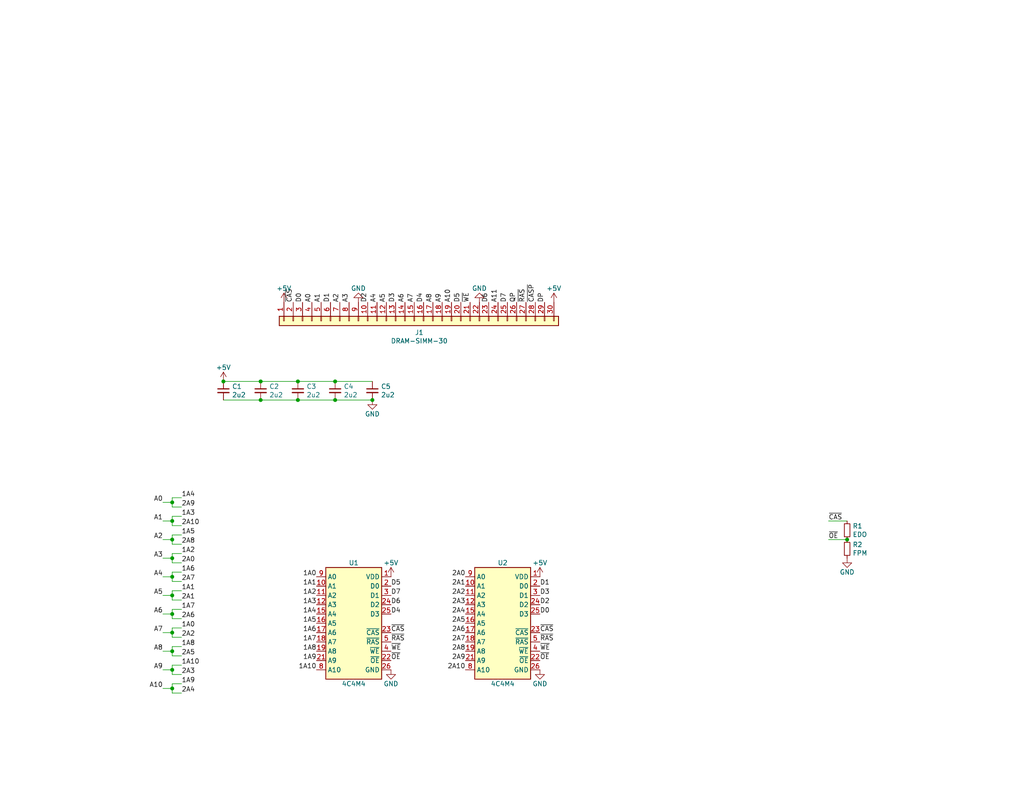
<source format=kicad_sch>
(kicad_sch (version 20211123) (generator eeschema)
  (paper "USLetter")
  (title_block (title "GW4190A") (date "2021-06-19") (rev "2.0") (company "Garrett's Workshop"))
  (lib_symbols
    (symbol "Connector_Generic:Conn_01x30" (pin_names (offset 1.016) hide)
      (property "Reference" "J" (at 0 38.1 0))
      (property "Value" "Conn_01x30" (at 0 -40.64 0))
      (symbol "Conn_01x30_1_1"
        (rectangle (start -1.27 -37.973) (end 0 -38.227) (stroke (width 0.1524)))
        (rectangle (start -1.27 -35.433) (end 0 -35.687) (stroke (width 0.1524)))
        (rectangle (start -1.27 -32.893) (end 0 -33.147) (stroke (width 0.1524)))
        (rectangle (start -1.27 -30.353) (end 0 -30.607) (stroke (width 0.1524)))
        (rectangle (start -1.27 -27.813) (end 0 -28.067) (stroke (width 0.1524)))
        (rectangle (start -1.27 -25.273) (end 0 -25.527) (stroke (width 0.1524)))
        (rectangle (start -1.27 -22.733) (end 0 -22.987) (stroke (width 0.1524)))
        (rectangle (start -1.27 -20.193) (end 0 -20.447) (stroke (width 0.1524)))
        (rectangle (start -1.27 -17.653) (end 0 -17.907) (stroke (width 0.1524)))
        (rectangle (start -1.27 -15.113) (end 0 -15.367) (stroke (width 0.1524)))
        (rectangle (start -1.27 -12.573) (end 0 -12.827) (stroke (width 0.1524)))
        (rectangle (start -1.27 -10.033) (end 0 -10.287) (stroke (width 0.1524)))
        (rectangle (start -1.27 -7.493) (end 0 -7.747) (stroke (width 0.1524)))
        (rectangle (start -1.27 -4.953) (end 0 -5.207) (stroke (width 0.1524)))
        (rectangle (start -1.27 -2.413) (end 0 -2.667) (stroke (width 0.1524)))
        (rectangle (start -1.27 0.127) (end 0 -0.127) (stroke (width 0.1524)))
        (rectangle (start -1.27 2.667) (end 0 2.413) (stroke (width 0.1524)))
        (rectangle (start -1.27 5.207) (end 0 4.953) (stroke (width 0.1524)))
        (rectangle (start -1.27 7.747) (end 0 7.493) (stroke (width 0.1524)))
        (rectangle (start -1.27 10.287) (end 0 10.033) (stroke (width 0.1524)))
        (rectangle (start -1.27 12.827) (end 0 12.573) (stroke (width 0.1524)))
        (rectangle (start -1.27 15.367) (end 0 15.113) (stroke (width 0.1524)))
        (rectangle (start -1.27 17.907) (end 0 17.653) (stroke (width 0.1524)))
        (rectangle (start -1.27 20.447) (end 0 20.193) (stroke (width 0.1524)))
        (rectangle (start -1.27 22.987) (end 0 22.733) (stroke (width 0.1524)))
        (rectangle (start -1.27 25.527) (end 0 25.273) (stroke (width 0.1524)))
        (rectangle (start -1.27 28.067) (end 0 27.813) (stroke (width 0.1524)))
        (rectangle (start -1.27 30.607) (end 0 30.353) (stroke (width 0.1524)))
        (rectangle (start -1.27 33.147) (end 0 32.893) (stroke (width 0.1524)))
        (rectangle (start -1.27 35.687) (end 0 35.433) (stroke (width 0.1524)))
        (rectangle (start -1.27 36.83) (end 1.27 -39.37) (stroke (width 0.254)) (fill (type background)))
        (pin passive line (at -5.08 35.56 0) (length 3.81) (name "Pin_1") (number "1"))
        (pin passive line (at -5.08 12.7 0) (length 3.81) (name "Pin_10") (number "10"))
        (pin passive line (at -5.08 10.16 0) (length 3.81) (name "Pin_11") (number "11"))
        (pin passive line (at -5.08 7.62 0) (length 3.81) (name "Pin_12") (number "12"))
        (pin passive line (at -5.08 5.08 0) (length 3.81) (name "Pin_13") (number "13"))
        (pin passive line (at -5.08 2.54 0) (length 3.81) (name "Pin_14") (number "14"))
        (pin passive line (at -5.08 0 0) (length 3.81) (name "Pin_15") (number "15"))
        (pin passive line (at -5.08 -2.54 0) (length 3.81) (name "Pin_16") (number "16"))
        (pin passive line (at -5.08 -5.08 0) (length 3.81) (name "Pin_17") (number "17"))
        (pin passive line (at -5.08 -7.62 0) (length 3.81) (name "Pin_18") (number "18"))
        (pin passive line (at -5.08 -10.16 0) (length 3.81) (name "Pin_19") (number "19"))
        (pin passive line (at -5.08 33.02 0) (length 3.81) (name "Pin_2") (number "2"))
        (pin passive line (at -5.08 -12.7 0) (length 3.81) (name "Pin_20") (number "20"))
        (pin passive line (at -5.08 -15.24 0) (length 3.81) (name "Pin_21") (number "21"))
        (pin passive line (at -5.08 -17.78 0) (length 3.81) (name "Pin_22") (number "22"))
        (pin passive line (at -5.08 -20.32 0) (length 3.81) (name "Pin_23") (number "23"))
        (pin passive line (at -5.08 -22.86 0) (length 3.81) (name "Pin_24") (number "24"))
        (pin passive line (at -5.08 -25.4 0) (length 3.81) (name "Pin_25") (number "25"))
        (pin passive line (at -5.08 -27.94 0) (length 3.81) (name "Pin_26") (number "26"))
        (pin passive line (at -5.08 -30.48 0) (length 3.81) (name "Pin_27") (number "27"))
        (pin passive line (at -5.08 -33.02 0) (length 3.81) (name "Pin_28") (number "28"))
        (pin passive line (at -5.08 -35.56 0) (length 3.81) (name "Pin_29") (number "29"))
        (pin passive line (at -5.08 30.48 0) (length 3.81) (name "Pin_3") (number "3"))
        (pin passive line (at -5.08 -38.1 0) (length 3.81) (name "Pin_30") (number "30"))
        (pin passive line (at -5.08 27.94 0) (length 3.81) (name "Pin_4") (number "4"))
        (pin passive line (at -5.08 25.4 0) (length 3.81) (name "Pin_5") (number "5"))
        (pin passive line (at -5.08 22.86 0) (length 3.81) (name "Pin_6") (number "6"))
        (pin passive line (at -5.08 20.32 0) (length 3.81) (name "Pin_7") (number "7"))
        (pin passive line (at -5.08 17.78 0) (length 3.81) (name "Pin_8") (number "8"))
        (pin passive line (at -5.08 15.24 0) (length 3.81) (name "Pin_9") (number "9"))
      )
    )
    (symbol "Device:C_Small" (pin_numbers hide) (pin_names (offset 0.254) hide)
      (property "Reference" "C" (at 0.254 1.778 0))
      (property "Value" "C_Small" (at 0.254 -2.032 0))
      (symbol "C_Small_0_1"
        (polyline (pts (xy -1.524 -0.508) (xy 1.524 -0.508)) (stroke (width 0.3302)))
        (polyline (pts (xy -1.524 0.508) (xy 1.524 0.508)) (stroke (width 0.3048)))
      )
      (symbol "C_Small_1_1"
        (pin passive line (at 0 2.54 270) (length 2.032) (name "~") (number "1"))
        (pin passive line (at 0 -2.54 90) (length 2.032) (name "~") (number "2"))
      )
    )
    (symbol "Device:R_Small" (pin_numbers hide) (pin_names (offset 0.254) hide)
      (property "Reference" "R" (at 0.762 0.508 0))
      (property "Value" "R_Small" (at 0.762 -1.016 0))
      (symbol "R_Small_0_1"
        (rectangle (start -0.762 1.778) (end 0.762 -1.778) (stroke (width 0.2032)))
      )
      (symbol "R_Small_1_1"
        (pin passive line (at 0 2.54 270) (length 0.762) (name "~") (number "1"))
        (pin passive line (at 0 -2.54 90) (length 0.762) (name "~") (number "2"))
      )
    )
    (symbol "GW_RAM:DRAM-4Mx4-SOP-24"
      (property "Reference" "U" (at 0 16.51 0))
      (property "Value" "DRAM-4Mx4-SOP-24" (at 0 0 90))
      (symbol "DRAM-4Mx4-SOP-24_0_1"
        (rectangle (start -7.62 15.24) (end 7.62 -15.24) (stroke (width 0.254)) (fill (type background)))
      )
      (symbol "DRAM-4Mx4-SOP-24_1_1"
        (pin power_in line (at 10.16 12.7 180) (length 2.54) (name "VDD") (number "1"))
        (pin input line (at -10.16 10.16 0) (length 2.54) (name "A1") (number "10"))
        (pin input line (at -10.16 7.62 0) (length 2.54) (name "A2") (number "11"))
        (pin input line (at -10.16 5.08 0) (length 2.54) (name "A3") (number "12"))
        (pin power_in line (at 10.16 12.7 180) (length 2.54) hide (name "VDD") (number "13"))
        (pin power_in line (at 10.16 -12.7 180) (length 2.54) hide (name "GND") (number "14"))
        (pin input line (at -10.16 2.54 0) (length 2.54) (name "A4") (number "15"))
        (pin input line (at -10.16 0 0) (length 2.54) (name "A5") (number "16"))
        (pin input line (at -10.16 -2.54 0) (length 2.54) (name "A6") (number "17"))
        (pin input line (at -10.16 -5.08 0) (length 2.54) (name "A7") (number "18"))
        (pin input line (at -10.16 -7.62 0) (length 2.54) (name "A8") (number "19"))
        (pin bidirectional line (at 10.16 10.16 180) (length 2.54) (name "D0") (number "2"))
        (pin no_connect line (at 10.16 0 180) (length 2.54) hide (name "NC") (number "20"))
        (pin input line (at -10.16 -10.16 0) (length 2.54) (name "A9") (number "21"))
        (pin input line (at 10.16 -10.16 180) (length 2.54) (name "~{OE}") (number "22"))
        (pin input line (at 10.16 -2.54 180) (length 2.54) (name "~{CAS}") (number "23"))
        (pin bidirectional line (at 10.16 5.08 180) (length 2.54) (name "D2") (number "24"))
        (pin bidirectional line (at 10.16 2.54 180) (length 2.54) (name "D3") (number "25"))
        (pin power_in line (at 10.16 -12.7 180) (length 2.54) (name "GND") (number "26"))
        (pin bidirectional line (at 10.16 7.62 180) (length 2.54) (name "D1") (number "3"))
        (pin input line (at 10.16 -7.62 180) (length 2.54) (name "~{WE}") (number "4"))
        (pin input line (at 10.16 -5.08 180) (length 2.54) (name "~{RAS}") (number "5"))
        (pin no_connect line (at 10.16 0 180) (length 2.54) hide (name "NC") (number "7"))
        (pin input line (at -10.16 -12.7 0) (length 2.54) (name "A10") (number "8"))
        (pin input line (at -10.16 12.7 0) (length 2.54) (name "A0") (number "9"))
      )
    )
    (symbol "power:+5V" (power) (pin_names (offset 0))
      (property "Value" "+5V" (at 0 3.556 0))
      (symbol "+5V_0_1"
        (polyline (pts (xy -0.762 1.27) (xy 0 2.54)))
        (polyline (pts (xy 0 0) (xy 0 2.54)))
        (polyline (pts (xy 0 2.54) (xy 0.762 1.27)))
      )
      (symbol "+5V_1_1"
        (pin power_in line (at 0 0 90) (length 0) hide (name "+5V") (number "1"))
      )
    )
    (symbol "power:GND" (power) (pin_names (offset 0))
      (property "Value" "GND" (at 0 -3.81 0))
      (symbol "GND_0_1"
        (polyline (pts (xy 0 0) (xy 0 -1.27) (xy 1.27 -1.27) (xy 0 -2.54) (xy -1.27 -1.27) (xy 0 -1.27)))
      )
      (symbol "GND_1_1"
        (pin power_in line (at 0 0 270) (length 0) hide (name "GND") (number "1"))
      )
    )
  )
  (junction (at 91.44 109.22))
  (junction (at 46.99 152.4))
  (junction (at 46.99 177.8))
  (junction (at 46.99 162.56))
  (junction (at 46.99 167.64))
  (junction (at 81.28 104.14))
  (junction (at 101.6 109.22))
  (junction (at 71.12 109.22))
  (junction (at 231.14 147.32))
  (junction (at 71.12 104.14))
  (junction (at 46.99 187.96))
  (junction (at 46.99 142.24))
  (junction (at 91.44 104.14))
  (junction (at 46.99 147.32))
  (junction (at 46.99 182.88))
  (junction (at 60.96 104.14))
  (junction (at 46.99 137.16))
  (junction (at 81.28 109.22))
  (junction (at 46.99 157.48))
  (junction (at 46.99 172.72))
  (wire (pts (xy 46.99 161.29) (xy 49.53 161.29)))
  (wire (pts (xy 91.44 109.22) (xy 101.6 109.22)))
  (wire (pts (xy 231.14 147.32) (xy 226.06 147.32)))
  (wire (pts (xy 46.99 152.4) (xy 46.99 151.13)))
  (wire (pts (xy 46.99 146.05) (xy 49.53 146.05)))
  (wire (pts (xy 46.99 157.48) (xy 46.99 156.21)))
  (wire (pts (xy 46.99 167.64) (xy 46.99 168.91)))
  (wire (pts (xy 44.45 177.8) (xy 46.99 177.8)))
  (wire (pts (xy 71.12 109.22) (xy 81.28 109.22)))
  (wire (pts (xy 46.99 182.88) (xy 46.99 181.61)))
  (wire (pts (xy 46.99 172.72) (xy 46.99 173.99)))
  (wire (pts (xy 44.45 187.96) (xy 46.99 187.96)))
  (wire (pts (xy 46.99 163.83) (xy 49.53 163.83)))
  (wire (pts (xy 44.45 182.88) (xy 46.99 182.88)))
  (wire (pts (xy 44.45 137.16) (xy 46.99 137.16)))
  (wire (pts (xy 46.99 168.91) (xy 49.53 168.91)))
  (wire (pts (xy 46.99 153.67) (xy 49.53 153.67)))
  (wire (pts (xy 46.99 177.8) (xy 46.99 179.07)))
  (wire (pts (xy 46.99 158.75) (xy 49.53 158.75)))
  (wire (pts (xy 46.99 137.16) (xy 46.99 135.89)))
  (wire (pts (xy 46.99 186.69) (xy 49.53 186.69)))
  (wire (pts (xy 46.99 173.99) (xy 49.53 173.99)))
  (wire (pts (xy 46.99 135.89) (xy 49.53 135.89)))
  (wire (pts (xy 46.99 147.32) (xy 46.99 146.05)))
  (wire (pts (xy 46.99 172.72) (xy 46.99 171.45)))
  (wire (pts (xy 71.12 109.22) (xy 60.96 109.22)))
  (wire (pts (xy 44.45 142.24) (xy 46.99 142.24)))
  (wire (pts (xy 46.99 187.96) (xy 46.99 189.23)))
  (wire (pts (xy 46.99 142.24) (xy 46.99 140.97)))
  (wire (pts (xy 44.45 152.4) (xy 46.99 152.4)))
  (wire (pts (xy 44.45 172.72) (xy 46.99 172.72)))
  (wire (pts (xy 46.99 147.32) (xy 46.99 148.59)))
  (wire (pts (xy 46.99 181.61) (xy 49.53 181.61)))
  (wire (pts (xy 46.99 184.15) (xy 49.53 184.15)))
  (wire (pts (xy 46.99 189.23) (xy 49.53 189.23)))
  (wire (pts (xy 46.99 142.24) (xy 46.99 143.51)))
  (wire (pts (xy 46.99 177.8) (xy 46.99 176.53)))
  (wire (pts (xy 46.99 152.4) (xy 46.99 153.67)))
  (wire (pts (xy 81.28 109.22) (xy 91.44 109.22)))
  (wire (pts (xy 46.99 140.97) (xy 49.53 140.97)))
  (wire (pts (xy 46.99 187.96) (xy 46.99 186.69)))
  (wire (pts (xy 46.99 138.43) (xy 49.53 138.43)))
  (wire (pts (xy 46.99 166.37) (xy 49.53 166.37)))
  (wire (pts (xy 44.45 157.48) (xy 46.99 157.48)))
  (wire (pts (xy 91.44 104.14) (xy 81.28 104.14)))
  (wire (pts (xy 44.45 147.32) (xy 46.99 147.32)))
  (wire (pts (xy 46.99 148.59) (xy 49.53 148.59)))
  (wire (pts (xy 44.45 162.56) (xy 46.99 162.56)))
  (wire (pts (xy 46.99 167.64) (xy 46.99 166.37)))
  (wire (pts (xy 226.06 142.24) (xy 231.14 142.24)))
  (wire (pts (xy 101.6 104.14) (xy 91.44 104.14)))
  (wire (pts (xy 46.99 156.21) (xy 49.53 156.21)))
  (wire (pts (xy 46.99 137.16) (xy 46.99 138.43)))
  (wire (pts (xy 46.99 162.56) (xy 46.99 163.83)))
  (wire (pts (xy 46.99 171.45) (xy 49.53 171.45)))
  (wire (pts (xy 60.96 104.14) (xy 71.12 104.14)))
  (wire (pts (xy 46.99 182.88) (xy 46.99 184.15)))
  (wire (pts (xy 46.99 143.51) (xy 49.53 143.51)))
  (wire (pts (xy 46.99 151.13) (xy 49.53 151.13)))
  (wire (pts (xy 46.99 179.07) (xy 49.53 179.07)))
  (wire (pts (xy 81.28 104.14) (xy 71.12 104.14)))
  (wire (pts (xy 46.99 162.56) (xy 46.99 161.29)))
  (wire (pts (xy 46.99 176.53) (xy 49.53 176.53)))
  (wire (pts (xy 46.99 157.48) (xy 46.99 158.75)))
  (wire (pts (xy 44.45 167.64) (xy 46.99 167.64)))
  (label "A6" (at 44.45 167.64 180))
  (label "2A9" (at 127 180.34 180))
  (label "D7" (at 138.43 82.55 90))
  (label "A2" (at 44.45 147.32 180))
  (label "1A10" (at 86.36 182.88 180))
  (label "1A4" (at 86.36 167.64 180))
  (label "1A7" (at 49.53 166.37 0))
  (label "1A5" (at 49.53 146.05 0))
  (label "D6" (at 106.68 165.1 0))
  (label "1A8" (at 86.36 177.8 180))
  (label "2A7" (at 49.53 158.75 0))
  (label "2A3" (at 49.53 184.15 0))
  (label "1A8" (at 49.53 176.53 0))
  (label "~{WE}" (at 128.27 82.55 90))
  (label "1A6" (at 86.36 172.72 180))
  (label "QP" (at 140.97 82.55 90))
  (label "A1" (at 87.63 82.55 90))
  (label "~{CAS}" (at 106.68 172.72 0))
  (label "D3" (at 147.32 162.56 0))
  (label "D0" (at 147.32 167.64 0))
  (label "~{OE}" (at 226.06 147.32 0))
  (label "A5" (at 44.45 162.56 180))
  (label "1A2" (at 49.53 151.13 0))
  (label "A6" (at 110.49 82.55 90))
  (label "A10" (at 123.19 82.55 90))
  (label "1A9" (at 49.53 186.69 0))
  (label "1A5" (at 86.36 170.18 180))
  (label "A4" (at 102.87 82.55 90))
  (label "~{OE}" (at 106.68 180.34 0))
  (label "1A3" (at 86.36 165.1 180))
  (label "~{CAS}" (at 80.01 82.55 90))
  (label "~{RAS}" (at 106.68 175.26 0))
  (label "D5" (at 106.68 160.02 0))
  (label "~{RAS}" (at 143.51 82.55 90))
  (label "2A6" (at 49.53 168.91 0))
  (label "1A7" (at 86.36 175.26 180))
  (label "1A4" (at 49.53 135.89 0))
  (label "1A1" (at 86.36 160.02 180))
  (label "1A3" (at 49.53 140.97 0))
  (label "D1" (at 90.17 82.55 90))
  (label "A0" (at 85.09 82.55 90))
  (label "2A8" (at 127 177.8 180))
  (label "2A7" (at 127 175.26 180))
  (label "1A6" (at 49.53 156.21 0))
  (label "2A2" (at 127 162.56 180))
  (label "1A1" (at 49.53 161.29 0))
  (label "1A9" (at 86.36 180.34 180))
  (label "~{CASP}" (at 146.05 82.55 90))
  (label "A7" (at 44.45 172.72 180))
  (label "2A1" (at 127 160.02 180))
  (label "~{WE}" (at 147.32 177.8 0))
  (label "A9" (at 44.45 182.88 180))
  (label "A0" (at 44.45 137.16 180))
  (label "A7" (at 113.03 82.55 90))
  (label "DP" (at 148.59 82.55 90))
  (label "1A0" (at 49.53 171.45 0))
  (label "A11" (at 135.89 82.55 90))
  (label "2A4" (at 49.53 189.23 0))
  (label "~{RAS}" (at 147.32 175.26 0))
  (label "1A0" (at 86.36 157.48 180))
  (label "2A5" (at 127 170.18 180))
  (label "2A0" (at 127 157.48 180))
  (label "2A10" (at 49.53 143.51 0))
  (label "~{CAS}" (at 147.32 172.72 0))
  (label "D2" (at 147.32 165.1 0))
  (label "A3" (at 44.45 152.4 180))
  (label "2A5" (at 49.53 179.07 0))
  (label "A5" (at 105.41 82.55 90))
  (label "D4" (at 106.68 167.64 0))
  (label "A10" (at 44.45 187.96 180))
  (label "D2" (at 100.33 82.55 90))
  (label "2A10" (at 127 182.88 180))
  (label "A8" (at 44.45 177.8 180))
  (label "A2" (at 92.71 82.55 90))
  (label "A8" (at 118.11 82.55 90))
  (label "D4" (at 115.57 82.55 90))
  (label "D1" (at 147.32 160.02 0))
  (label "A4" (at 44.45 157.48 180))
  (label "A9" (at 120.65 82.55 90))
  (label "D6" (at 133.35 82.55 90))
  (label "D5" (at 125.73 82.55 90))
  (label "2A4" (at 127 167.64 180))
  (label "~{OE}" (at 147.32 180.34 0))
  (label "A3" (at 95.25 82.55 90))
  (label "D3" (at 107.95 82.55 90))
  (label "2A6" (at 127 172.72 180))
  (label "2A9" (at 49.53 138.43 0))
  (label "2A2" (at 49.53 173.99 0))
  (label "2A3" (at 127 165.1 180))
  (label "1A2" (at 86.36 162.56 180))
  (label "~{CAS}" (at 226.06 142.24 0))
  (label "2A1" (at 49.53 163.83 0))
  (label "D7" (at 106.68 162.56 0))
  (label "~{WE}" (at 106.68 177.8 0))
  (label "2A8" (at 49.53 148.59 0))
  (label "A1" (at 44.45 142.24 180))
  (label "2A0" (at 49.53 153.67 0))
  (label "D0" (at 82.55 82.55 90))
  (label "1A10" (at 49.53 181.61 0))
  (symbol (lib_id "Connector_Generic:Conn_01x30") (at 113.03 87.63 90) (mirror x) (unit 1)
    (property "Reference" "J1" (at 114.4016 90.7796 90))
    (property "Value" "DRAM-SIMM-30" (at 114.4016 93.091 90))
    (property "Footprint" "stdpads:SIMM-30_Edge" (effects hide))
  )
  (symbol (lib_id "power:+5V") (at 151.13 82.55 0) (unit 1)
    (property "Reference" "#PWR0101" (effects hide))
    (property "Value" "+5V" (at 151.13 78.74 0))
  )
  (symbol (lib_id "power:+5V") (at 77.47 82.55 0) (unit 1)
    (property "Reference" "#PWR0102" (effects hide))
    (property "Value" "+5V" (at 77.47 78.74 0))
  )
  (symbol (lib_id "power:GND") (at 130.81 82.55 180) (unit 1)
    (property "Reference" "#PWR0103" (effects hide))
    (property "Value" "GND" (at 130.81 78.74 0))
  )
  (symbol (lib_id "power:GND") (at 97.79 82.55 180) (unit 1)
    (property "Reference" "#PWR0104" (effects hide))
    (property "Value" "GND" (at 97.79 78.74 0))
  )
  (symbol (lib_id "Device:C_Small") (at 60.96 106.68 0) (unit 1)
    (property "Reference" "C1" (at 63.2968 105.5116 0) (effects (justify left)))
    (property "Value" "2u2" (at 63.2968 107.823 0) (effects (justify left)))
    (property "Footprint" "stdpads:C_0805" (effects hide))
  )
  (symbol (lib_id "Device:C_Small") (at 71.12 106.68 0) (unit 1)
    (property "Reference" "C2" (at 73.4568 105.5116 0) (effects (justify left)))
    (property "Value" "2u2" (at 73.4568 107.823 0) (effects (justify left)))
    (property "Footprint" "stdpads:C_0805" (effects hide))
  )
  (symbol (lib_id "power:+5V") (at 60.96 104.14 0) (unit 1)
    (property "Reference" "#PWR0113" (effects hide))
    (property "Value" "+5V" (at 60.96 100.33 0))
  )
  (symbol (lib_id "Device:C_Small") (at 81.28 106.68 0) (unit 1)
    (property "Reference" "C3" (at 83.6168 105.5116 0) (effects (justify left)))
    (property "Value" "2u2" (at 83.6168 107.823 0) (effects (justify left)))
    (property "Footprint" "stdpads:C_0805" (effects hide))
  )
  (symbol (lib_id "Device:C_Small") (at 91.44 106.68 0) (unit 1)
    (property "Reference" "C4" (at 93.7768 105.5116 0) (effects (justify left)))
    (property "Value" "2u2" (at 93.7768 107.823 0) (effects (justify left)))
    (property "Footprint" "stdpads:C_0805" (effects hide))
  )
  (symbol (lib_id "GW_RAM:DRAM-4Mx4-SOP-24") (at 96.52 170.18 0) (unit 1)
    (property "Reference" "U1" (at 96.52 153.67 0))
    (property "Value" "4C4M4" (at 96.52 186.69 0))
    (property "Footprint" "stdpads:SOJ-24-26_300mil" (effects hide))
    (property "Datasheet" "https://www.alliancememory.com/wp-content/uploads/pdf/AS6C8008.pdf" (effects hide))
  )
  (symbol (lib_id "power:GND") (at 106.68 182.88 0) (unit 1)
    (property "Reference" "#PWR0105" (effects hide))
    (property "Value" "GND" (at 106.68 186.69 0))
  )
  (symbol (lib_id "power:+5V") (at 106.68 157.48 0) (unit 1)
    (property "Reference" "#PWR0106" (effects hide))
    (property "Value" "+5V" (at 106.68 153.67 0))
  )
  (symbol (lib_id "GW_RAM:DRAM-4Mx4-SOP-24") (at 137.16 170.18 0) (unit 1)
    (property "Reference" "U2" (at 137.16 153.67 0))
    (property "Value" "4C4M4" (at 137.16 186.69 0))
    (property "Footprint" "stdpads:SOJ-24-26_300mil" (effects hide))
    (property "Datasheet" "https://www.alliancememory.com/wp-content/uploads/pdf/AS6C8008.pdf" (effects hide))
  )
  (symbol (lib_id "power:GND") (at 147.32 182.88 0) (unit 1)
    (property "Reference" "#PWR0108" (effects hide))
    (property "Value" "GND" (at 147.32 186.69 0))
  )
  (symbol (lib_id "power:+5V") (at 147.32 157.48 0) (unit 1)
    (property "Reference" "#PWR0109" (effects hide))
    (property "Value" "+5V" (at 147.32 153.67 0))
  )
  (symbol (lib_id "power:GND") (at 101.6 109.22 0) (unit 1)
    (property "Reference" "#PWR0110" (effects hide))
    (property "Value" "GND" (at 101.6 113.03 0))
  )
  (symbol (lib_id "Device:C_Small") (at 101.6 106.68 0) (unit 1)
    (property "Reference" "C5" (at 103.9368 105.5116 0) (effects (justify left)))
    (property "Value" "2u2" (at 103.9368 107.823 0) (effects (justify left)))
    (property "Footprint" "stdpads:C_0805" (effects hide))
  )
  (symbol (lib_id "Device:R_Small") (at 231.14 149.86 0) (unit 1)
    (property "Reference" "R2" (at 232.6386 148.6916 0) (effects (justify left)))
    (property "Value" "FPM" (at 232.6386 151.003 0) (effects (justify left)))
    (property "Footprint" "stdpads:R_0805" (effects hide))
  )
  (symbol (lib_id "Device:R_Small") (at 231.14 144.78 0) (unit 1)
    (property "Reference" "R1" (at 232.6386 143.6116 0) (effects (justify left)))
    (property "Value" "EDO" (at 232.6386 145.923 0) (effects (justify left)))
    (property "Footprint" "stdpads:R_0805" (effects hide))
  )
  (symbol (lib_id "power:GND") (at 231.14 152.4 0) (unit 1)
    (property "Reference" "#PWR0115" (effects hide))
    (property "Value" "GND" (at 231.14 156.21 0))
  )
)
</source>
